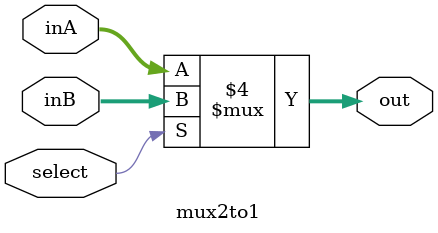
<source format=v>
module mux2to1(inA,inB,select,out);
input [0:63]inA;
input [0:63]inB;
input select;
output reg [0:63]out;

always@(inA,inB,select)
begin
if(select==1'b0)
  out<=inA;
else 
  out<=inB;



end









endmodule

</source>
